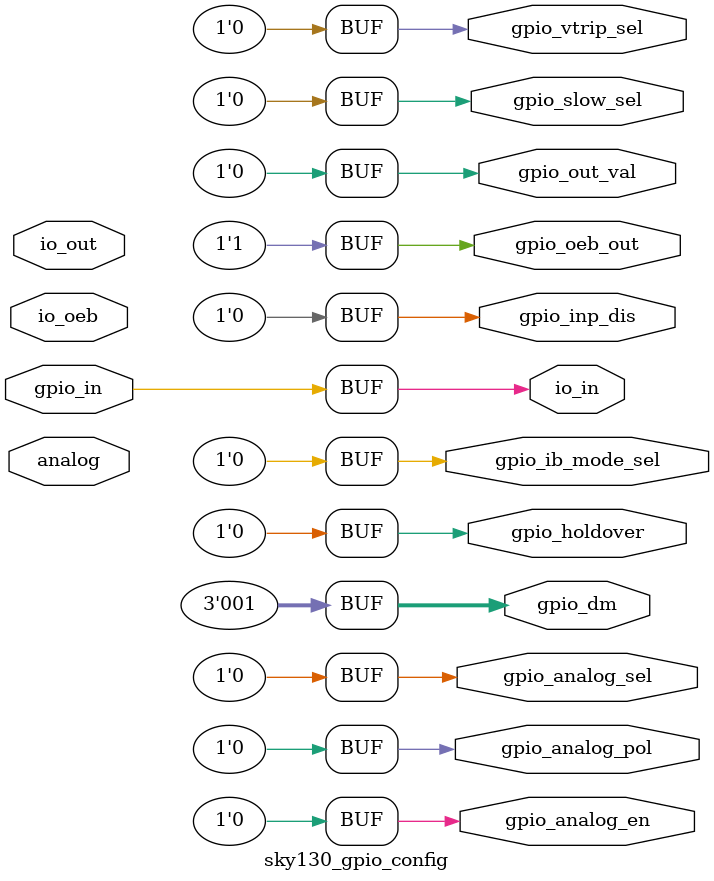
<source format=v>

`default_nettype none

module sky130_gpio_config #(
  parameter [2:0] MODE = 3'd1  // 0=ANALOG, 1=INPUT, 2=INPUT_PD, 3=INPUT_PU, 4=OUTPUT, 5=BIDIR
)(
  //-------------------------------------------------------------------------
  // User Interface - Connect these to your design
  //-------------------------------------------------------------------------
  input  wire        io_out,       // Data to drive pad (used in OUTPUT/BIDIR modes)
  output wire        io_in,        // Data from pad (directly from gpio_in)
  input  wire        io_oeb,       // Output enable bar (BIDIR mode: 0=drive, 1=hi-z)
  input  wire [1:0]  analog,       // {analog_sel, analog_pol} for ANALOG mode

  //-------------------------------------------------------------------------
  // Openframe Interface - From openframe_project_wrapper
  //-------------------------------------------------------------------------
  input  wire        gpio_in,      // Pad input (connect to gpio_in[n])

  //-------------------------------------------------------------------------
  // Openframe Interface - To openframe_project_wrapper pad config
  //-------------------------------------------------------------------------
  output wire [2:0]  gpio_dm,      // Drive mode {dm2, dm1, dm0}
  output wire        gpio_inp_dis, // Input disable
  output wire        gpio_oeb_out, // Output enable bar (active low)
  output wire        gpio_out_val, // Output value for gpio_out (includes pull mode values)
  output wire        gpio_analog_en,
  output wire        gpio_analog_sel,
  output wire        gpio_analog_pol,
  output wire        gpio_ib_mode_sel,
  output wire        gpio_vtrip_sel,
  output wire        gpio_slow_sel,
  output wire        gpio_holdover
);

  //-------------------------------------------------------------------------
  // Mode Definitions
  //-------------------------------------------------------------------------
  localparam [2:0] MODE_ANALOG   = 3'd0;  // Analog mode - connects to AMUXBUS
  localparam [2:0] MODE_INPUT    = 3'd1;  // Digital input, no pull resistor
  localparam [2:0] MODE_INPUT_PD = 3'd2;  // Digital input with pull-down
  localparam [2:0] MODE_INPUT_PU = 3'd3;  // Digital input with pull-up
  localparam [2:0] MODE_OUTPUT   = 3'd4;  // Digital output, push-pull
  localparam [2:0] MODE_BIDIR    = 3'd5;  // Bidirectional, direction from io_oeb

  //-------------------------------------------------------------------------
  // Drive Mode (dm[2:0]) - Based on Sky130 pad behavioral model
  //-------------------------------------------------------------------------
  // The Sky130 GPIO pad uses bufif1 primitives with specific strengths:
  //   dm=010: bufif1(pull1, strong0) - weak 1, strong 0
  //   dm=011: bufif1(strong1, pull0) - strong 1, weak 0
  //
  // For weak pull behavior:
  //   - Pull-DOWN (read 0 when floating): dm=011 with out=0 gives weak pull to 0
  //   - Pull-UP (read 1 when floating):   dm=010 with out=1 gives weak pull to 1
  //
  // MODE_ANALOG:   dm=000 (Hi-Z, analog mode)
  // MODE_INPUT:    dm=001 (Input only, no pull)
  // MODE_INPUT_PD: dm=011 (Weak pull to 0, requires oeb=0 and out=0)
  // MODE_INPUT_PU: dm=010 (Weak pull to 1, requires oeb=0 and out=1)
  // MODE_OUTPUT:   dm=110 (Strong push-pull)
  // MODE_BIDIR:    dm=110 (Strong push-pull, direction from io_oeb)
  //-------------------------------------------------------------------------
  assign gpio_dm = (MODE == MODE_ANALOG)   ? 3'b000 :
                   (MODE == MODE_INPUT)    ? 3'b001 :
                   (MODE == MODE_INPUT_PD) ? 3'b011 :  // Weak 0 (pull-down)
                   (MODE == MODE_INPUT_PU) ? 3'b010 :  // Weak 1 (pull-up)
                   (MODE == MODE_OUTPUT)   ? 3'b110 :
                   (MODE == MODE_BIDIR)    ? 3'b110 : 3'b001;  // Default: INPUT

  //-------------------------------------------------------------------------
  // Input Disable
  //-------------------------------------------------------------------------
  // Disable input buffer for ANALOG and OUTPUT modes (not reading pad)
  assign gpio_inp_dis = (MODE == MODE_ANALOG) || (MODE == MODE_OUTPUT);

  //-------------------------------------------------------------------------
  // Output Enable Bar (active low: 0=driving, 1=hi-z)
  //-------------------------------------------------------------------------
  // OUTPUT:   always driving (oeb=0)
  // BIDIR:    controlled by user's io_oeb signal
  // INPUT_PD: must drive to enable weak pull (oeb=0)
  // INPUT_PU: must drive to enable weak pull (oeb=0)
  // Others:   always hi-z (oeb=1)
  assign gpio_oeb_out = (MODE == MODE_OUTPUT)   ? 1'b0 :
                        (MODE == MODE_BIDIR)    ? io_oeb :
                        (MODE == MODE_INPUT_PD) ? 1'b0 :  // Enable weak pull driver
                        (MODE == MODE_INPUT_PU) ? 1'b0 :  // Enable weak pull driver
                        1'b1;

  //-------------------------------------------------------------------------
  // Analog Signals
  //-------------------------------------------------------------------------
  assign gpio_analog_en  = (MODE == MODE_ANALOG);
  assign gpio_analog_sel = (MODE == MODE_ANALOG) ? analog[1] : 1'b0;
  assign gpio_analog_pol = (MODE == MODE_ANALOG) ? analog[0] : 1'b0;

  //-------------------------------------------------------------------------
  // Fixed Configuration (safe defaults for all modes)
  //-------------------------------------------------------------------------
  assign gpio_ib_mode_sel = 1'b0;  // Input buffer mode: VDDIO
  assign gpio_vtrip_sel   = 1'b0;  // Trip point: CMOS
  assign gpio_slow_sel    = 1'b0;  // Slew rate: fast
  assign gpio_holdover    = 1'b0;  // No holdover

  //-------------------------------------------------------------------------
  // Output Value
  //-------------------------------------------------------------------------
  // For pull modes, drive the correct value to activate weak pull:
  //   INPUT_PD: out=0 to get weak pull to 0
  //   INPUT_PU: out=1 to get weak pull to 1
  // For OUTPUT/BIDIR: pass through user's io_out
  // For others: drive 0 (doesn't matter since oeb=1)
  assign gpio_out_val = (MODE == MODE_OUTPUT)   ? io_out :
                        (MODE == MODE_BIDIR)    ? io_out :
                        (MODE == MODE_INPUT_PD) ? 1'b0 :  // Drive 0 for weak pull-down
                        (MODE == MODE_INPUT_PU) ? 1'b1 :  // Drive 1 for weak pull-up
                        1'b0;

  //-------------------------------------------------------------------------
  // Input Passthrough
  //-------------------------------------------------------------------------
  assign io_in = gpio_in;

endmodule

`default_nettype wire

</source>
